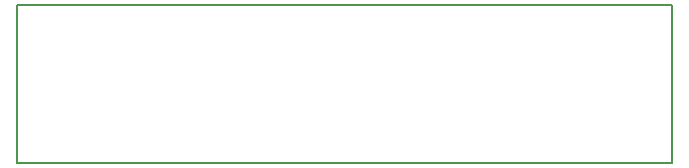
<source format=gm1>
%TF.GenerationSoftware,KiCad,Pcbnew,4.0.7*%
%TF.CreationDate,2017-12-11T19:35:04+01:00*%
%TF.ProjectId,usb2rs485,7573623272733438352E6B696361645F,1*%
%TF.FileFunction,Profile,NP*%
%FSLAX46Y46*%
G04 Gerber Fmt 4.6, Leading zero omitted, Abs format (unit mm)*
G04 Created by KiCad (PCBNEW 4.0.7) date Mon Dec 11 19:35:04 2017*
%MOMM*%
%LPD*%
G01*
G04 APERTURE LIST*
%ADD10C,0.100000*%
%ADD11C,0.150000*%
G04 APERTURE END LIST*
D10*
D11*
X177200000Y-105000000D02*
X121800000Y-105000000D01*
X177200000Y-118400000D02*
X177200000Y-105000000D01*
X121800000Y-118400000D02*
X177200000Y-118400000D01*
X121800000Y-105000000D02*
X121800000Y-118400000D01*
M02*

</source>
